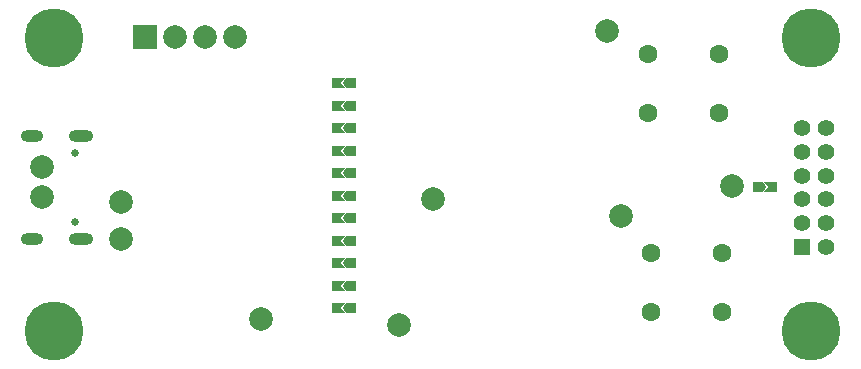
<source format=gbr>
%TF.GenerationSoftware,Altium Limited,Altium Designer,24.10.1 (45)*%
G04 Layer_Color=255*
%FSLAX45Y45*%
%MOMM*%
%TF.SameCoordinates,F50C4461-6059-43A5-BEE7-B7ABC5EDFC2B*%
%TF.FilePolarity,Positive*%
%TF.FileFunction,Pads,Bot*%
%TF.Part,Single*%
G01*
G75*
%TA.AperFunction,ComponentPad*%
%ADD33R,1.40000X1.40000*%
%ADD34C,1.40000*%
%ADD35C,2.00000*%
%ADD36R,2.00000X2.00000*%
%ADD37C,5.00000*%
%ADD38C,1.60000*%
%ADD39C,0.64999*%
%ADD40O,1.90000X1.00000*%
%ADD41O,2.10000X1.00000*%
%TA.AperFunction,SMDPad,CuDef*%
%AMCUSTOMSHAPE43*
4,1,5,-0.55245,-0.45720,0.55245,-0.45720,0.55245,0.45720,-0.55245,0.45720,-0.13335,0.00000,-0.55245,-0.45720,0.0*%
%ADD43CUSTOMSHAPE43*%

%AMCUSTOMSHAPE44*
4,1,5,0.15875,0.45720,-0.57785,0.45720,-0.57785,-0.45720,0.15875,-0.45720,0.57785,0.00000,0.15875,0.45720,0.0*%
%ADD44CUSTOMSHAPE44*%

%ADD45C,2.00000*%
%AMCUSTOMSHAPE46*
4,1,5,0.55245,0.45720,-0.55245,0.45720,-0.55245,-0.45720,0.55245,-0.45720,0.13335,0.00000,0.55245,0.45720,0.0*%
%ADD46CUSTOMSHAPE46*%

%AMCUSTOMSHAPE47*
4,1,5,-0.15875,-0.45720,0.57785,-0.45720,0.57785,0.45720,-0.15875,0.45720,-0.57785,0.00000,-0.15875,-0.45720,0.0*%
%ADD47CUSTOMSHAPE47*%

D33*
X6669100Y1093498D02*
D03*
D34*
X6869100D02*
D03*
X6669100Y1293498D02*
D03*
X6869100D02*
D03*
X6669100Y1493498D02*
D03*
X6869100D02*
D03*
X6669100Y1693497D02*
D03*
X6869100D02*
D03*
X6669100Y1893497D02*
D03*
X6869100D02*
D03*
X6669100Y2093496D02*
D03*
X6869100D02*
D03*
D35*
X1866900Y2870200D02*
D03*
X1612900D02*
D03*
X1358900D02*
D03*
D36*
X1104900D02*
D03*
D37*
X6743700Y2857500D02*
D03*
X330200D02*
D03*
Y381000D02*
D03*
X6743700D02*
D03*
D38*
X5964199Y2726500D02*
D03*
Y2226500D02*
D03*
X5364201Y2726500D02*
D03*
Y2226500D02*
D03*
X5389601Y537400D02*
D03*
Y1037399D02*
D03*
X5989599Y537400D02*
D03*
Y1037399D02*
D03*
D39*
X515569Y1304486D02*
D03*
Y1882488D02*
D03*
D40*
X145560Y1160989D02*
D03*
Y2026011D02*
D03*
D41*
X565559Y1160989D02*
D03*
Y2026011D02*
D03*
D43*
X6398343Y1601595D02*
D03*
D44*
X6308173D02*
D03*
D45*
X5016500Y2921000D02*
D03*
X6070600Y1605400D02*
D03*
X228600Y1765300D02*
D03*
Y1511300D02*
D03*
X901700Y1473200D02*
D03*
Y1155700D02*
D03*
X2082800Y482600D02*
D03*
X3251200Y426500D02*
D03*
X5135202Y1349404D02*
D03*
X3543300Y1498600D02*
D03*
D46*
X2743269Y571740D02*
D03*
Y762240D02*
D03*
X2743269Y952740D02*
D03*
Y1143240D02*
D03*
Y1333740D02*
D03*
Y1524240D02*
D03*
X2743269Y1714740D02*
D03*
Y2095740D02*
D03*
Y2286240D02*
D03*
Y1905240D02*
D03*
Y2476740D02*
D03*
D47*
X2833439Y571740D02*
D03*
Y762240D02*
D03*
X2833439Y952740D02*
D03*
Y1143240D02*
D03*
Y1333740D02*
D03*
Y1524240D02*
D03*
X2833439Y1714740D02*
D03*
X2833439Y2095740D02*
D03*
X2833439Y2286240D02*
D03*
Y1905240D02*
D03*
Y2476740D02*
D03*
%TF.MD5,b02608812fb8083669096ef3dcea45ad*%
M02*

</source>
